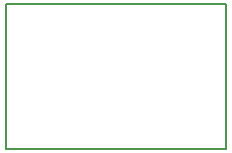
<source format=gbr>
G04 DipTrace 3.0.0.2*
G04 BoardOutline.gbr*
%MOIN*%
G04 #@! TF.FileFunction,Profile*
G04 #@! TF.Part,Single*
%ADD11C,0.005512*%
%FSLAX26Y26*%
G04*
G70*
G90*
G75*
G01*
G04 BoardOutline*
%LPD*%
X394016Y874331D2*
D11*
X1126299D1*
Y394016D1*
X394016D1*
Y874331D1*
M02*

</source>
